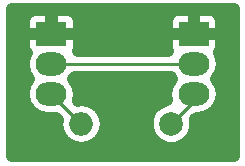
<source format=gbr>
G04 #@! TF.FileFunction,Copper,L2,Bot,Signal*
%FSLAX46Y46*%
G04 Gerber Fmt 4.6, Leading zero omitted, Abs format (unit mm)*
G04 Created by KiCad (PCBNEW 4.0.4-stable) date 03/27/17 13:59:00*
%MOMM*%
%LPD*%
G01*
G04 APERTURE LIST*
%ADD10C,0.100000*%
%ADD11C,2.000000*%
%ADD12O,2.000000X2.000000*%
%ADD13R,2.600000X2.000000*%
%ADD14O,2.600000X2.000000*%
%ADD15C,0.250000*%
%ADD16C,1.000000*%
G04 APERTURE END LIST*
D10*
D11*
X147955000Y-109220000D03*
D12*
X140335000Y-109220000D03*
D13*
X149860000Y-101600000D03*
D14*
X149860000Y-104140000D03*
X149860000Y-106680000D03*
D13*
X137795000Y-101600000D03*
D14*
X137795000Y-104140000D03*
X137795000Y-106680000D03*
D15*
X137795000Y-101600000D02*
X149860000Y-101600000D01*
X137795000Y-104140000D02*
X149860000Y-104140000D01*
X137795000Y-106680000D02*
X140335000Y-109220000D01*
X149860000Y-106680000D02*
X149860000Y-107315000D01*
X149860000Y-107315000D02*
X147955000Y-109220000D01*
D16*
G36*
X153222000Y-111947000D02*
X134433000Y-111947000D01*
X134433000Y-104140000D01*
X135441784Y-104140000D01*
X135594634Y-104908428D01*
X135929774Y-105410000D01*
X135594634Y-105911572D01*
X135441784Y-106680000D01*
X135594634Y-107448428D01*
X136029914Y-108099870D01*
X136681356Y-108535150D01*
X137449784Y-108688000D01*
X138140216Y-108688000D01*
X138190662Y-108677966D01*
X138361497Y-108848801D01*
X138287661Y-109220000D01*
X138440511Y-109988428D01*
X138875791Y-110639870D01*
X139527233Y-111075150D01*
X140295661Y-111228000D01*
X140374339Y-111228000D01*
X141142767Y-111075150D01*
X141794209Y-110639870D01*
X142229489Y-109988428D01*
X142382339Y-109220000D01*
X142229489Y-108451572D01*
X141794209Y-107800130D01*
X141142767Y-107364850D01*
X140374339Y-107212000D01*
X140295661Y-107212000D01*
X140031961Y-107264453D01*
X140148216Y-106680000D01*
X139995366Y-105911572D01*
X139660226Y-105410000D01*
X139751767Y-105273000D01*
X147903233Y-105273000D01*
X147994774Y-105410000D01*
X147659634Y-105911572D01*
X147506784Y-106680000D01*
X147612546Y-107211700D01*
X147557336Y-107211652D01*
X146819045Y-107516708D01*
X146253693Y-108081074D01*
X145947349Y-108818832D01*
X145946652Y-109617664D01*
X146251708Y-110355955D01*
X146816074Y-110921307D01*
X147553832Y-111227651D01*
X148352664Y-111228348D01*
X149090955Y-110923292D01*
X149656307Y-110358926D01*
X149962651Y-109621168D01*
X149963348Y-108822336D01*
X149960898Y-108816406D01*
X150089304Y-108688000D01*
X150205216Y-108688000D01*
X150973644Y-108535150D01*
X151625086Y-108099870D01*
X152060366Y-107448428D01*
X152213216Y-106680000D01*
X152060366Y-105911572D01*
X151725226Y-105410000D01*
X152060366Y-104908428D01*
X152213216Y-104140000D01*
X152060366Y-103371572D01*
X151961668Y-103223859D01*
X152014541Y-103170986D01*
X152168000Y-102800504D01*
X152168000Y-101860000D01*
X151916000Y-101608000D01*
X149868000Y-101608000D01*
X149868000Y-101628000D01*
X149852000Y-101628000D01*
X149852000Y-101608000D01*
X147804000Y-101608000D01*
X147552000Y-101860000D01*
X147552000Y-102800504D01*
X147637534Y-103007000D01*
X140017466Y-103007000D01*
X140103000Y-102800504D01*
X140103000Y-101860000D01*
X139851000Y-101608000D01*
X137803000Y-101608000D01*
X137803000Y-101628000D01*
X137787000Y-101628000D01*
X137787000Y-101608000D01*
X135739000Y-101608000D01*
X135487000Y-101860000D01*
X135487000Y-102800504D01*
X135640459Y-103170986D01*
X135693332Y-103223859D01*
X135594634Y-103371572D01*
X135441784Y-104140000D01*
X134433000Y-104140000D01*
X134433000Y-100399496D01*
X135487000Y-100399496D01*
X135487000Y-101340000D01*
X135739000Y-101592000D01*
X137787000Y-101592000D01*
X137787000Y-99844000D01*
X137803000Y-99844000D01*
X137803000Y-101592000D01*
X139851000Y-101592000D01*
X140103000Y-101340000D01*
X140103000Y-100399496D01*
X147552000Y-100399496D01*
X147552000Y-101340000D01*
X147804000Y-101592000D01*
X149852000Y-101592000D01*
X149852000Y-99844000D01*
X149868000Y-99844000D01*
X149868000Y-101592000D01*
X151916000Y-101592000D01*
X152168000Y-101340000D01*
X152168000Y-100399496D01*
X152014541Y-100029014D01*
X151730986Y-99745459D01*
X151360503Y-99592000D01*
X150120000Y-99592000D01*
X149868000Y-99844000D01*
X149852000Y-99844000D01*
X149600000Y-99592000D01*
X148359497Y-99592000D01*
X147989014Y-99745459D01*
X147705459Y-100029014D01*
X147552000Y-100399496D01*
X140103000Y-100399496D01*
X139949541Y-100029014D01*
X139665986Y-99745459D01*
X139295503Y-99592000D01*
X138055000Y-99592000D01*
X137803000Y-99844000D01*
X137787000Y-99844000D01*
X137535000Y-99592000D01*
X136294497Y-99592000D01*
X135924014Y-99745459D01*
X135640459Y-100029014D01*
X135487000Y-100399496D01*
X134433000Y-100399496D01*
X134433000Y-99508000D01*
X153222000Y-99508000D01*
X153222000Y-111947000D01*
X153222000Y-111947000D01*
G37*
X153222000Y-111947000D02*
X134433000Y-111947000D01*
X134433000Y-104140000D01*
X135441784Y-104140000D01*
X135594634Y-104908428D01*
X135929774Y-105410000D01*
X135594634Y-105911572D01*
X135441784Y-106680000D01*
X135594634Y-107448428D01*
X136029914Y-108099870D01*
X136681356Y-108535150D01*
X137449784Y-108688000D01*
X138140216Y-108688000D01*
X138190662Y-108677966D01*
X138361497Y-108848801D01*
X138287661Y-109220000D01*
X138440511Y-109988428D01*
X138875791Y-110639870D01*
X139527233Y-111075150D01*
X140295661Y-111228000D01*
X140374339Y-111228000D01*
X141142767Y-111075150D01*
X141794209Y-110639870D01*
X142229489Y-109988428D01*
X142382339Y-109220000D01*
X142229489Y-108451572D01*
X141794209Y-107800130D01*
X141142767Y-107364850D01*
X140374339Y-107212000D01*
X140295661Y-107212000D01*
X140031961Y-107264453D01*
X140148216Y-106680000D01*
X139995366Y-105911572D01*
X139660226Y-105410000D01*
X139751767Y-105273000D01*
X147903233Y-105273000D01*
X147994774Y-105410000D01*
X147659634Y-105911572D01*
X147506784Y-106680000D01*
X147612546Y-107211700D01*
X147557336Y-107211652D01*
X146819045Y-107516708D01*
X146253693Y-108081074D01*
X145947349Y-108818832D01*
X145946652Y-109617664D01*
X146251708Y-110355955D01*
X146816074Y-110921307D01*
X147553832Y-111227651D01*
X148352664Y-111228348D01*
X149090955Y-110923292D01*
X149656307Y-110358926D01*
X149962651Y-109621168D01*
X149963348Y-108822336D01*
X149960898Y-108816406D01*
X150089304Y-108688000D01*
X150205216Y-108688000D01*
X150973644Y-108535150D01*
X151625086Y-108099870D01*
X152060366Y-107448428D01*
X152213216Y-106680000D01*
X152060366Y-105911572D01*
X151725226Y-105410000D01*
X152060366Y-104908428D01*
X152213216Y-104140000D01*
X152060366Y-103371572D01*
X151961668Y-103223859D01*
X152014541Y-103170986D01*
X152168000Y-102800504D01*
X152168000Y-101860000D01*
X151916000Y-101608000D01*
X149868000Y-101608000D01*
X149868000Y-101628000D01*
X149852000Y-101628000D01*
X149852000Y-101608000D01*
X147804000Y-101608000D01*
X147552000Y-101860000D01*
X147552000Y-102800504D01*
X147637534Y-103007000D01*
X140017466Y-103007000D01*
X140103000Y-102800504D01*
X140103000Y-101860000D01*
X139851000Y-101608000D01*
X137803000Y-101608000D01*
X137803000Y-101628000D01*
X137787000Y-101628000D01*
X137787000Y-101608000D01*
X135739000Y-101608000D01*
X135487000Y-101860000D01*
X135487000Y-102800504D01*
X135640459Y-103170986D01*
X135693332Y-103223859D01*
X135594634Y-103371572D01*
X135441784Y-104140000D01*
X134433000Y-104140000D01*
X134433000Y-100399496D01*
X135487000Y-100399496D01*
X135487000Y-101340000D01*
X135739000Y-101592000D01*
X137787000Y-101592000D01*
X137787000Y-99844000D01*
X137803000Y-99844000D01*
X137803000Y-101592000D01*
X139851000Y-101592000D01*
X140103000Y-101340000D01*
X140103000Y-100399496D01*
X147552000Y-100399496D01*
X147552000Y-101340000D01*
X147804000Y-101592000D01*
X149852000Y-101592000D01*
X149852000Y-99844000D01*
X149868000Y-99844000D01*
X149868000Y-101592000D01*
X151916000Y-101592000D01*
X152168000Y-101340000D01*
X152168000Y-100399496D01*
X152014541Y-100029014D01*
X151730986Y-99745459D01*
X151360503Y-99592000D01*
X150120000Y-99592000D01*
X149868000Y-99844000D01*
X149852000Y-99844000D01*
X149600000Y-99592000D01*
X148359497Y-99592000D01*
X147989014Y-99745459D01*
X147705459Y-100029014D01*
X147552000Y-100399496D01*
X140103000Y-100399496D01*
X139949541Y-100029014D01*
X139665986Y-99745459D01*
X139295503Y-99592000D01*
X138055000Y-99592000D01*
X137803000Y-99844000D01*
X137787000Y-99844000D01*
X137535000Y-99592000D01*
X136294497Y-99592000D01*
X135924014Y-99745459D01*
X135640459Y-100029014D01*
X135487000Y-100399496D01*
X134433000Y-100399496D01*
X134433000Y-99508000D01*
X153222000Y-99508000D01*
X153222000Y-111947000D01*
M02*

</source>
